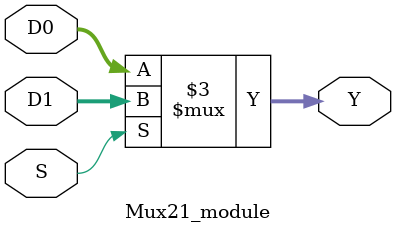
<source format=v>
`timescale 1ns / 1ps


module Mux21_module #(parameter n = 8)(
    input  S,
    input [n-1:0] D0,
    input [n-1:0] D1,
    output reg [n-1:0] Y
    );
    
always @ (S, D0, D1) begin
    Y = (~S) ? D0 : D1;
end
endmodule

</source>
